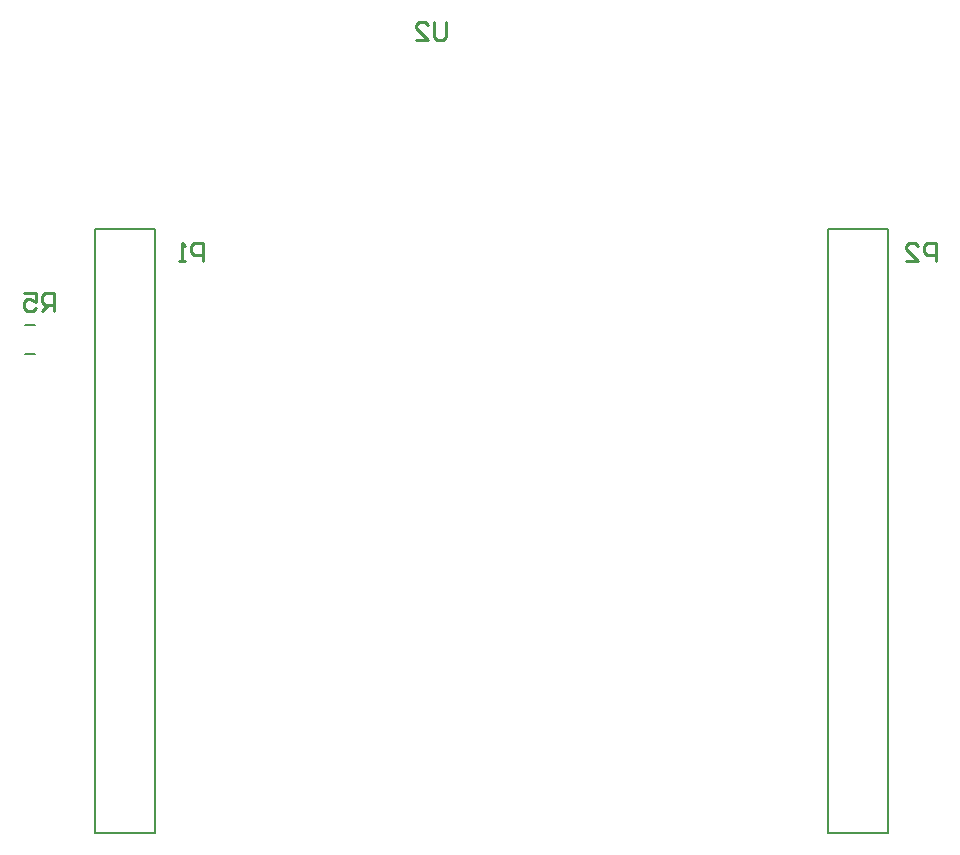
<source format=gbo>
G04 Layer_Color=13813960*
%FSLAX24Y24*%
%MOIN*%
G70*
G01*
G75*
%ADD19C,0.0100*%
%ADD40C,0.0079*%
D19*
X22202Y40660D02*
Y40160D01*
X22102Y40060D01*
X21902D01*
X21802Y40160D01*
Y40660D01*
X21202Y40060D02*
X21602D01*
X21202Y40460D01*
Y40560D01*
X21302Y40660D01*
X21502D01*
X21602Y40560D01*
X9160Y31013D02*
Y31613D01*
X8860D01*
X8760Y31513D01*
Y31313D01*
X8860Y31213D01*
X9160D01*
X8960D02*
X8760Y31013D01*
X8160Y31613D02*
X8560D01*
Y31313D01*
X8360Y31413D01*
X8260D01*
X8160Y31313D01*
Y31113D01*
X8260Y31013D01*
X8460D01*
X8560Y31113D01*
X38533Y32673D02*
Y33273D01*
X38233D01*
X38133Y33173D01*
Y32973D01*
X38233Y32873D01*
X38533D01*
X37533Y32673D02*
X37933D01*
X37533Y33073D01*
Y33173D01*
X37633Y33273D01*
X37833D01*
X37933Y33173D01*
X14124Y32673D02*
Y33273D01*
X13824D01*
X13724Y33173D01*
Y32973D01*
X13824Y32873D01*
X14124D01*
X13524Y32673D02*
X13324D01*
X13424D01*
Y33273D01*
X13524Y33173D01*
D40*
X36933Y13598D02*
Y33748D01*
X34933Y13598D02*
X36933D01*
X34933D02*
Y33748D01*
X36933D01*
X12524Y13598D02*
Y33748D01*
X10524Y13598D02*
X12524D01*
X10524D02*
Y33748D01*
X12524D01*
X8169Y30561D02*
X8524D01*
X8169Y29577D02*
X8524D01*
M02*

</source>
